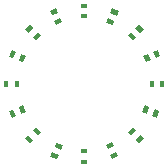
<source format=gtp>
G04 #@! TF.FileFunction,Paste,Top*
%FSLAX46Y46*%
G04 Gerber Fmt 4.6, Leading zero omitted, Abs format (unit mm)*
G04 Created by KiCad (PCBNEW (2016-04-14 BZR 6691, Git 829fa97)-product) date Fri 15 Apr 2016 10:51:36 AM CEST*
%MOMM*%
%LPD*%
G01*
G04 APERTURE LIST*
%ADD10C,0.150000*%
%ADD11R,0.400000X0.600000*%
%ADD12R,0.600000X0.400000*%
G04 APERTURE END LIST*
D10*
G36*
X77341581Y-55634673D02*
X77895909Y-55864283D01*
X77742835Y-56233835D01*
X77188507Y-56004225D01*
X77341581Y-55634673D01*
X77341581Y-55634673D01*
G37*
G36*
X76997165Y-56466165D02*
X77551493Y-56695775D01*
X77398419Y-57065327D01*
X76844091Y-56835717D01*
X76997165Y-56466165D01*
X76997165Y-56466165D01*
G37*
G36*
X81205717Y-59134091D02*
X81435327Y-59688419D01*
X81065775Y-59841493D01*
X80836165Y-59287165D01*
X81205717Y-59134091D01*
X81205717Y-59134091D01*
G37*
G36*
X80374225Y-59478507D02*
X80603835Y-60032835D01*
X80234283Y-60185909D01*
X80004673Y-59631581D01*
X80374225Y-59478507D01*
X80374225Y-59478507D01*
G37*
G36*
X81345327Y-64321581D02*
X81115717Y-64875909D01*
X80746165Y-64722835D01*
X80975775Y-64168507D01*
X81345327Y-64321581D01*
X81345327Y-64321581D01*
G37*
G36*
X80513835Y-63977165D02*
X80284225Y-64531493D01*
X79914673Y-64378419D01*
X80144283Y-63824091D01*
X80513835Y-63977165D01*
X80513835Y-63977165D01*
G37*
G36*
X77875909Y-68145717D02*
X77321581Y-68375327D01*
X77168507Y-68005775D01*
X77722835Y-67776165D01*
X77875909Y-68145717D01*
X77875909Y-68145717D01*
G37*
G36*
X77531493Y-67314225D02*
X76977165Y-67543835D01*
X76824091Y-67174283D01*
X77378419Y-66944673D01*
X77531493Y-67314225D01*
X77531493Y-67314225D01*
G37*
G36*
X72688419Y-68415327D02*
X72134091Y-68185717D01*
X72287165Y-67816165D01*
X72841493Y-68045775D01*
X72688419Y-68415327D01*
X72688419Y-68415327D01*
G37*
G36*
X73032835Y-67583835D02*
X72478507Y-67354225D01*
X72631581Y-66984673D01*
X73185909Y-67214283D01*
X73032835Y-67583835D01*
X73032835Y-67583835D01*
G37*
G36*
X68834283Y-64895909D02*
X68604673Y-64341581D01*
X68974225Y-64188507D01*
X69203835Y-64742835D01*
X68834283Y-64895909D01*
X68834283Y-64895909D01*
G37*
G36*
X69665775Y-64551493D02*
X69436165Y-63997165D01*
X69805717Y-63844091D01*
X70035327Y-64398419D01*
X69665775Y-64551493D01*
X69665775Y-64551493D01*
G37*
G36*
X68614673Y-59708419D02*
X68844283Y-59154091D01*
X69213835Y-59307165D01*
X68984225Y-59861493D01*
X68614673Y-59708419D01*
X68614673Y-59708419D01*
G37*
G36*
X69446165Y-60052835D02*
X69675775Y-59498507D01*
X70045327Y-59651581D01*
X69815717Y-60205909D01*
X69446165Y-60052835D01*
X69446165Y-60052835D01*
G37*
G36*
X72074091Y-55844283D02*
X72628419Y-55614673D01*
X72781493Y-55984225D01*
X72227165Y-56213835D01*
X72074091Y-55844283D01*
X72074091Y-55844283D01*
G37*
G36*
X72418507Y-56675775D02*
X72972835Y-56446165D01*
X73125909Y-56815717D01*
X72571581Y-57045327D01*
X72418507Y-56675775D01*
X72418507Y-56675775D01*
G37*
G36*
X71321751Y-57897487D02*
X70897487Y-58321751D01*
X70614645Y-58038909D01*
X71038909Y-57614645D01*
X71321751Y-57897487D01*
X71321751Y-57897487D01*
G37*
G36*
X70685355Y-57261091D02*
X70261091Y-57685355D01*
X69978249Y-57402513D01*
X70402513Y-56978249D01*
X70685355Y-57261091D01*
X70685355Y-57261091D01*
G37*
D11*
X69300000Y-62000000D03*
X68400000Y-62000000D03*
D10*
G36*
X70897487Y-65678249D02*
X71321751Y-66102513D01*
X71038909Y-66385355D01*
X70614645Y-65961091D01*
X70897487Y-65678249D01*
X70897487Y-65678249D01*
G37*
G36*
X70261091Y-66314645D02*
X70685355Y-66738909D01*
X70402513Y-67021751D01*
X69978249Y-66597487D01*
X70261091Y-66314645D01*
X70261091Y-66314645D01*
G37*
D12*
X75000000Y-67700000D03*
X75000000Y-68600000D03*
D10*
G36*
X78678249Y-66102513D02*
X79102513Y-65678249D01*
X79385355Y-65961091D01*
X78961091Y-66385355D01*
X78678249Y-66102513D01*
X78678249Y-66102513D01*
G37*
G36*
X79314645Y-66738909D02*
X79738909Y-66314645D01*
X80021751Y-66597487D01*
X79597487Y-67021751D01*
X79314645Y-66738909D01*
X79314645Y-66738909D01*
G37*
D11*
X80700000Y-62000000D03*
X81600000Y-62000000D03*
D10*
G36*
X79102513Y-58321751D02*
X78678249Y-57897487D01*
X78961091Y-57614645D01*
X79385355Y-58038909D01*
X79102513Y-58321751D01*
X79102513Y-58321751D01*
G37*
G36*
X79738909Y-57685355D02*
X79314645Y-57261091D01*
X79597487Y-56978249D01*
X80021751Y-57402513D01*
X79738909Y-57685355D01*
X79738909Y-57685355D01*
G37*
D12*
X75000000Y-56300000D03*
X75000000Y-55400000D03*
M02*

</source>
